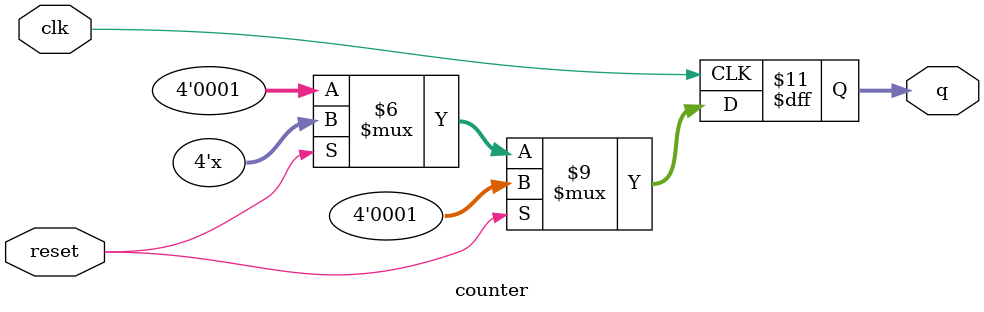
<source format=v>
module counter( 
    input clk,
    input reset,
    output reg [3:0] q
); 
// update q on the positive edge of the clock according to the following cases:
// on reset, assign q to 1
// else if q is 12, assign q to 1
// else, increment q by 1 
always @(posedge clk)
    if (reset) q = 1;
    else if (q == 12) q = 1;
    else q <= 1;    
endmodule

</source>
